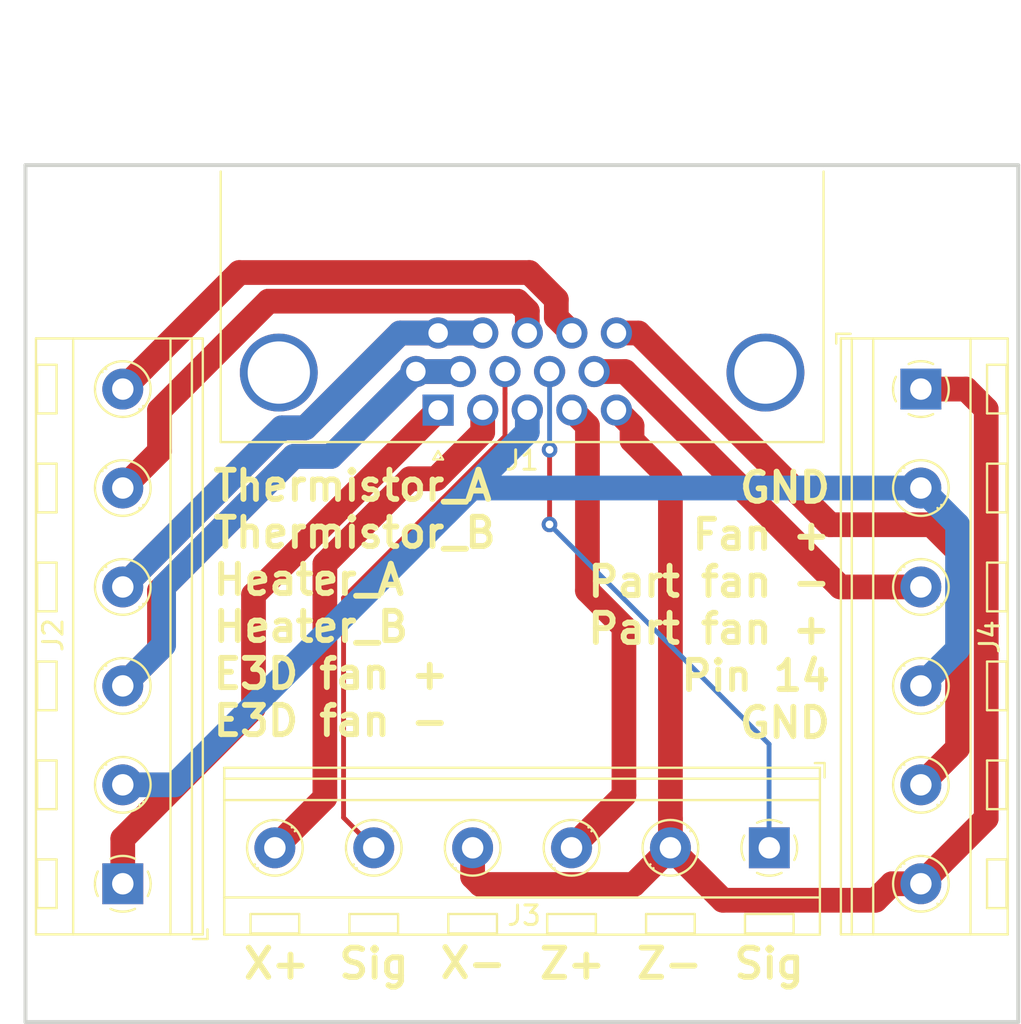
<source format=kicad_pcb>
(kicad_pcb (version 20171130) (host pcbnew "(5.0.2)-1")

  (general
    (thickness 1.6)
    (drawings 12)
    (tracks 104)
    (zones 0)
    (modules 7)
    (nets 15)
  )

  (page A4)
  (layers
    (0 F.Cu signal)
    (31 B.Cu signal)
    (32 B.Adhes user)
    (33 F.Adhes user)
    (34 B.Paste user)
    (35 F.Paste user)
    (36 B.SilkS user)
    (37 F.SilkS user)
    (38 B.Mask user)
    (39 F.Mask user)
    (40 Dwgs.User user)
    (41 Cmts.User user)
    (42 Eco1.User user)
    (43 Eco2.User user)
    (44 Edge.Cuts user)
    (45 Margin user)
    (46 B.CrtYd user)
    (47 F.CrtYd user)
    (48 B.Fab user)
    (49 F.Fab user)
  )

  (setup
    (last_trace_width 0.25)
    (user_trace_width 0.5)
    (user_trace_width 1.27)
    (user_trace_width 2.54)
    (trace_clearance 0.2)
    (zone_clearance 0.508)
    (zone_45_only no)
    (trace_min 0.2)
    (segment_width 0.2)
    (edge_width 0.05)
    (via_size 0.8)
    (via_drill 0.4)
    (via_min_size 0.4)
    (via_min_drill 0.3)
    (uvia_size 0.3)
    (uvia_drill 0.1)
    (uvias_allowed no)
    (uvia_min_size 0.2)
    (uvia_min_drill 0.1)
    (pcb_text_width 0.3)
    (pcb_text_size 1.5 1.5)
    (mod_edge_width 0.12)
    (mod_text_size 1 1)
    (mod_text_width 0.15)
    (pad_size 2.54 2.54)
    (pad_drill 1.3)
    (pad_to_mask_clearance 0.051)
    (solder_mask_min_width 0.25)
    (aux_axis_origin 0 0)
    (visible_elements 7FFFFFFF)
    (pcbplotparams
      (layerselection 0x010f0_ffffffff)
      (usegerberextensions false)
      (usegerberattributes true)
      (usegerberadvancedattributes false)
      (creategerberjobfile false)
      (excludeedgelayer true)
      (linewidth 0.150000)
      (plotframeref false)
      (viasonmask false)
      (mode 1)
      (useauxorigin false)
      (hpglpennumber 1)
      (hpglpenspeed 20)
      (hpglpendiameter 15.000000)
      (psnegative false)
      (psa4output false)
      (plotreference true)
      (plotvalue true)
      (plotinvisibletext false)
      (padsonsilk false)
      (subtractmaskfromsilk false)
      (outputformat 1)
      (mirror false)
      (drillshape 0)
      (scaleselection 1)
      (outputdirectory "Gerber/"))
  )

  (net 0 "")
  (net 1 "Net-(J1-Pad0)")
  (net 2 X_Sig)
  (net 3 GND)
  (net 4 Vcc_Z)
  (net 5 Z_Sig)
  (net 6 THERM_B)
  (net 7 THERM_A)
  (net 8 HOT_B)
  (net 9 HOT_A)
  (net 10 E3D_N)
  (net 11 V_FAN)
  (net 12 Pin14)
  (net 13 Part_N)
  (net 14 Vcc_X)

  (net_class Default "Dies ist die voreingestellte Netzklasse."
    (clearance 0.2)
    (trace_width 0.25)
    (via_dia 0.8)
    (via_drill 0.4)
    (uvia_dia 0.3)
    (uvia_drill 0.1)
    (add_net E3D_N)
    (add_net GND)
    (add_net HOT_A)
    (add_net HOT_B)
    (add_net "Net-(J1-Pad0)")
    (add_net Part_N)
    (add_net Pin14)
    (add_net THERM_A)
    (add_net THERM_B)
    (add_net V_FAN)
    (add_net Vcc_X)
    (add_net Vcc_Z)
    (add_net X_Sig)
    (add_net Z_Sig)
  )

  (module TerminalBlock_RND:TerminalBlock_RND_205-00236_1x06_P5.08mm_Horizontal (layer F.Cu) (tedit 5B294F42) (tstamp 5C48D07C)
    (at 134 73.5 270)
    (descr "terminal block RND 205-00236, 6 pins, pitch 5.08mm, size 30.5x8.45mm^2, drill diamater 1.1mm, pad diameter 2.1mm, see http://cdn-reichelt.de/documents/datenblatt/C151/RND_205-00232_DB_EN.pdf, script-generated using https://github.com/pointhi/kicad-footprint-generator/scripts/TerminalBlock_RND")
    (tags "THT terminal block RND 205-00236 pitch 5.08mm size 30.5x8.45mm^2 drill 1.1mm pad 2.1mm")
    (path /5C47533C)
    (fp_text reference J4 (at 12.73 -3.53 270) (layer F.SilkS)
      (effects (font (size 1 1) (thickness 0.15)))
    )
    (fp_text value "Fan & Custom" (at 12.7 5.11 270) (layer F.Fab)
      (effects (font (size 1 1) (thickness 0.15)))
    )
    (fp_text user %R (at 12.7 -3.53 270) (layer F.Fab)
      (effects (font (size 1 1) (thickness 0.15)))
    )
    (fp_line (start 28.44 -4.9) (end -3.04 -4.9) (layer F.CrtYd) (width 0.05))
    (fp_line (start 28.44 4.55) (end 28.44 -4.9) (layer F.CrtYd) (width 0.05))
    (fp_line (start -3.04 4.55) (end 28.44 4.55) (layer F.CrtYd) (width 0.05))
    (fp_line (start -3.04 -4.9) (end -3.04 4.55) (layer F.CrtYd) (width 0.05))
    (fp_line (start -2.84 4.35) (end -2.34 4.35) (layer F.SilkS) (width 0.12))
    (fp_line (start -2.84 3.61) (end -2.84 4.35) (layer F.SilkS) (width 0.12))
    (fp_line (start 26.65 -4.4) (end 26.65 -3.4) (layer F.SilkS) (width 0.12))
    (fp_line (start 24.15 -4.4) (end 24.15 -3.4) (layer F.SilkS) (width 0.12))
    (fp_line (start 24.15 -3.4) (end 26.65 -3.4) (layer F.SilkS) (width 0.12))
    (fp_line (start 24.15 -4.4) (end 26.65 -4.4) (layer F.SilkS) (width 0.12))
    (fp_line (start 26.65 -4.4) (end 24.15 -4.4) (layer F.Fab) (width 0.1))
    (fp_line (start 26.65 -3.4) (end 26.65 -4.4) (layer F.Fab) (width 0.1))
    (fp_line (start 24.15 -3.4) (end 26.65 -3.4) (layer F.Fab) (width 0.1))
    (fp_line (start 24.15 -4.4) (end 24.15 -3.4) (layer F.Fab) (width 0.1))
    (fp_line (start 24.376 0.85) (end 24.316 0.91) (layer F.SilkS) (width 0.12))
    (fp_line (start 26.311 -1.085) (end 26.271 -1.045) (layer F.SilkS) (width 0.12))
    (fp_line (start 24.53 1.045) (end 24.49 1.085) (layer F.SilkS) (width 0.12))
    (fp_line (start 26.485 -0.91) (end 26.425 -0.851) (layer F.SilkS) (width 0.12))
    (fp_line (start 26.196 -0.948) (end 24.452 0.796) (layer F.Fab) (width 0.1))
    (fp_line (start 26.349 -0.796) (end 24.605 0.948) (layer F.Fab) (width 0.1))
    (fp_line (start 21.57 -4.4) (end 21.57 -3.4) (layer F.SilkS) (width 0.12))
    (fp_line (start 19.07 -4.4) (end 19.07 -3.4) (layer F.SilkS) (width 0.12))
    (fp_line (start 19.07 -3.4) (end 21.57 -3.4) (layer F.SilkS) (width 0.12))
    (fp_line (start 19.07 -4.4) (end 21.57 -4.4) (layer F.SilkS) (width 0.12))
    (fp_line (start 21.57 -4.4) (end 19.07 -4.4) (layer F.Fab) (width 0.1))
    (fp_line (start 21.57 -3.4) (end 21.57 -4.4) (layer F.Fab) (width 0.1))
    (fp_line (start 19.07 -3.4) (end 21.57 -3.4) (layer F.Fab) (width 0.1))
    (fp_line (start 19.07 -4.4) (end 19.07 -3.4) (layer F.Fab) (width 0.1))
    (fp_line (start 19.296 0.85) (end 19.236 0.91) (layer F.SilkS) (width 0.12))
    (fp_line (start 21.231 -1.085) (end 21.191 -1.045) (layer F.SilkS) (width 0.12))
    (fp_line (start 19.45 1.045) (end 19.41 1.085) (layer F.SilkS) (width 0.12))
    (fp_line (start 21.405 -0.91) (end 21.345 -0.851) (layer F.SilkS) (width 0.12))
    (fp_line (start 21.116 -0.948) (end 19.372 0.796) (layer F.Fab) (width 0.1))
    (fp_line (start 21.269 -0.796) (end 19.525 0.948) (layer F.Fab) (width 0.1))
    (fp_line (start 16.49 -4.4) (end 16.49 -3.4) (layer F.SilkS) (width 0.12))
    (fp_line (start 13.99 -4.4) (end 13.99 -3.4) (layer F.SilkS) (width 0.12))
    (fp_line (start 13.99 -3.4) (end 16.49 -3.4) (layer F.SilkS) (width 0.12))
    (fp_line (start 13.99 -4.4) (end 16.49 -4.4) (layer F.SilkS) (width 0.12))
    (fp_line (start 16.49 -4.4) (end 13.99 -4.4) (layer F.Fab) (width 0.1))
    (fp_line (start 16.49 -3.4) (end 16.49 -4.4) (layer F.Fab) (width 0.1))
    (fp_line (start 13.99 -3.4) (end 16.49 -3.4) (layer F.Fab) (width 0.1))
    (fp_line (start 13.99 -4.4) (end 13.99 -3.4) (layer F.Fab) (width 0.1))
    (fp_line (start 14.216 0.85) (end 14.156 0.91) (layer F.SilkS) (width 0.12))
    (fp_line (start 16.151 -1.085) (end 16.111 -1.045) (layer F.SilkS) (width 0.12))
    (fp_line (start 14.37 1.045) (end 14.33 1.085) (layer F.SilkS) (width 0.12))
    (fp_line (start 16.325 -0.91) (end 16.265 -0.851) (layer F.SilkS) (width 0.12))
    (fp_line (start 16.036 -0.948) (end 14.292 0.796) (layer F.Fab) (width 0.1))
    (fp_line (start 16.189 -0.796) (end 14.445 0.948) (layer F.Fab) (width 0.1))
    (fp_line (start 11.41 -4.4) (end 11.41 -3.4) (layer F.SilkS) (width 0.12))
    (fp_line (start 8.91 -4.4) (end 8.91 -3.4) (layer F.SilkS) (width 0.12))
    (fp_line (start 8.91 -3.4) (end 11.41 -3.4) (layer F.SilkS) (width 0.12))
    (fp_line (start 8.91 -4.4) (end 11.41 -4.4) (layer F.SilkS) (width 0.12))
    (fp_line (start 11.41 -4.4) (end 8.91 -4.4) (layer F.Fab) (width 0.1))
    (fp_line (start 11.41 -3.4) (end 11.41 -4.4) (layer F.Fab) (width 0.1))
    (fp_line (start 8.91 -3.4) (end 11.41 -3.4) (layer F.Fab) (width 0.1))
    (fp_line (start 8.91 -4.4) (end 8.91 -3.4) (layer F.Fab) (width 0.1))
    (fp_line (start 9.136 0.85) (end 9.076 0.91) (layer F.SilkS) (width 0.12))
    (fp_line (start 11.071 -1.085) (end 11.031 -1.045) (layer F.SilkS) (width 0.12))
    (fp_line (start 9.29 1.045) (end 9.25 1.085) (layer F.SilkS) (width 0.12))
    (fp_line (start 11.245 -0.91) (end 11.185 -0.851) (layer F.SilkS) (width 0.12))
    (fp_line (start 10.956 -0.948) (end 9.212 0.796) (layer F.Fab) (width 0.1))
    (fp_line (start 11.109 -0.796) (end 9.365 0.948) (layer F.Fab) (width 0.1))
    (fp_line (start 6.33 -4.4) (end 6.33 -3.4) (layer F.SilkS) (width 0.12))
    (fp_line (start 3.83 -4.4) (end 3.83 -3.4) (layer F.SilkS) (width 0.12))
    (fp_line (start 3.83 -3.4) (end 6.33 -3.4) (layer F.SilkS) (width 0.12))
    (fp_line (start 3.83 -4.4) (end 6.33 -4.4) (layer F.SilkS) (width 0.12))
    (fp_line (start 6.33 -4.4) (end 3.83 -4.4) (layer F.Fab) (width 0.1))
    (fp_line (start 6.33 -3.4) (end 6.33 -4.4) (layer F.Fab) (width 0.1))
    (fp_line (start 3.83 -3.4) (end 6.33 -3.4) (layer F.Fab) (width 0.1))
    (fp_line (start 3.83 -4.4) (end 3.83 -3.4) (layer F.Fab) (width 0.1))
    (fp_line (start 4.056 0.85) (end 3.996 0.91) (layer F.SilkS) (width 0.12))
    (fp_line (start 5.991 -1.085) (end 5.951 -1.045) (layer F.SilkS) (width 0.12))
    (fp_line (start 4.21 1.045) (end 4.17 1.085) (layer F.SilkS) (width 0.12))
    (fp_line (start 6.165 -0.91) (end 6.105 -0.851) (layer F.SilkS) (width 0.12))
    (fp_line (start 5.876 -0.948) (end 4.132 0.796) (layer F.Fab) (width 0.1))
    (fp_line (start 6.029 -0.796) (end 4.285 0.948) (layer F.Fab) (width 0.1))
    (fp_line (start 1.25 -4.4) (end 1.25 -3.4) (layer F.SilkS) (width 0.12))
    (fp_line (start -1.25 -4.4) (end -1.25 -3.4) (layer F.SilkS) (width 0.12))
    (fp_line (start -1.25 -3.4) (end 1.25 -3.4) (layer F.SilkS) (width 0.12))
    (fp_line (start -1.25 -4.4) (end 1.25 -4.4) (layer F.SilkS) (width 0.12))
    (fp_line (start 1.25 -4.4) (end -1.25 -4.4) (layer F.Fab) (width 0.1))
    (fp_line (start 1.25 -3.4) (end 1.25 -4.4) (layer F.Fab) (width 0.1))
    (fp_line (start -1.25 -3.4) (end 1.25 -3.4) (layer F.Fab) (width 0.1))
    (fp_line (start -1.25 -4.4) (end -1.25 -3.4) (layer F.Fab) (width 0.1))
    (fp_line (start 0.796 -0.948) (end -0.949 0.796) (layer F.Fab) (width 0.1))
    (fp_line (start 0.949 -0.796) (end -0.796 0.948) (layer F.Fab) (width 0.1))
    (fp_line (start 28 -4.46) (end 28 4.11) (layer F.SilkS) (width 0.12))
    (fp_line (start -2.6 -4.46) (end -2.6 4.11) (layer F.SilkS) (width 0.12))
    (fp_line (start -2.6 4.11) (end 28 4.11) (layer F.SilkS) (width 0.12))
    (fp_line (start -2.6 -4.46) (end 28 -4.46) (layer F.SilkS) (width 0.12))
    (fp_line (start -2.6 -2.55) (end 28 -2.55) (layer F.SilkS) (width 0.12))
    (fp_line (start -2.54 -2.55) (end 27.94 -2.55) (layer F.Fab) (width 0.1))
    (fp_line (start -2.6 2.45) (end 28 2.45) (layer F.SilkS) (width 0.12))
    (fp_line (start -2.54 2.45) (end 27.94 2.45) (layer F.Fab) (width 0.1))
    (fp_line (start -2.6 3.55) (end 28 3.55) (layer F.SilkS) (width 0.12))
    (fp_line (start -2.54 3.55) (end 27.94 3.55) (layer F.Fab) (width 0.1))
    (fp_line (start -2.54 3.55) (end -2.54 -4.4) (layer F.Fab) (width 0.1))
    (fp_line (start -2.04 4.05) (end -2.54 3.55) (layer F.Fab) (width 0.1))
    (fp_line (start 27.94 4.05) (end -2.04 4.05) (layer F.Fab) (width 0.1))
    (fp_line (start 27.94 -4.4) (end 27.94 4.05) (layer F.Fab) (width 0.1))
    (fp_line (start -2.54 -4.4) (end 27.94 -4.4) (layer F.Fab) (width 0.1))
    (fp_circle (center 25.4 0) (end 26.83 0) (layer F.SilkS) (width 0.12))
    (fp_circle (center 25.4 0) (end 26.65 0) (layer F.Fab) (width 0.1))
    (fp_circle (center 20.32 0) (end 21.75 0) (layer F.SilkS) (width 0.12))
    (fp_circle (center 20.32 0) (end 21.57 0) (layer F.Fab) (width 0.1))
    (fp_circle (center 15.24 0) (end 16.67 0) (layer F.SilkS) (width 0.12))
    (fp_circle (center 15.24 0) (end 16.49 0) (layer F.Fab) (width 0.1))
    (fp_circle (center 10.16 0) (end 11.59 0) (layer F.SilkS) (width 0.12))
    (fp_circle (center 10.16 0) (end 11.41 0) (layer F.Fab) (width 0.1))
    (fp_circle (center 5.08 0) (end 6.51 0) (layer F.SilkS) (width 0.12))
    (fp_circle (center 5.08 0) (end 6.33 0) (layer F.Fab) (width 0.1))
    (fp_circle (center 0 0) (end 1.25 0) (layer F.Fab) (width 0.1))
    (fp_arc (start 0 0) (end -0.628 1.286) (angle -27) (layer F.SilkS) (width 0.12))
    (fp_arc (start 0 0) (end -1.286 -0.628) (angle -52) (layer F.SilkS) (width 0.12))
    (fp_arc (start 0 0) (end 0.627 -1.286) (angle -52) (layer F.SilkS) (width 0.12))
    (fp_arc (start 0 0) (end 1.286 0.627) (angle -52) (layer F.SilkS) (width 0.12))
    (fp_arc (start 0 0) (end 0 1.43) (angle -26) (layer F.SilkS) (width 0.12))
    (pad 6 thru_hole circle (at 25.4 0 270) (size 2.1 2.1) (drill 1.1) (layers *.Cu *.Mask)
      (net 3 GND))
    (pad 5 thru_hole circle (at 20.32 0 270) (size 2.1 2.1) (drill 1.1) (layers *.Cu *.Mask)
      (net 12 Pin14))
    (pad 4 thru_hole circle (at 15.24 0 270) (size 2.1 2.1) (drill 1.1) (layers *.Cu *.Mask)
      (net 11 V_FAN))
    (pad 3 thru_hole circle (at 10.16 0 270) (size 2.1 2.1) (drill 1.1) (layers *.Cu *.Mask)
      (net 13 Part_N))
    (pad 2 thru_hole circle (at 5.08 0 270) (size 2.1 2.1) (drill 1.1) (layers *.Cu *.Mask)
      (net 11 V_FAN))
    (pad 1 thru_hole rect (at 0 0 270) (size 2.1 2.1) (drill 1.1) (layers *.Cu *.Mask)
      (net 3 GND))
    (model ${KISYS3DMOD}/TerminalBlock_RND.3dshapes/TerminalBlock_RND_205-00236_1x06_P5.08mm_Horizontal.wrl
      (at (xyz 0 0 0))
      (scale (xyz 1 1 1))
      (rotate (xyz 0 0 0))
    )
  )

  (module TerminalBlock_RND:TerminalBlock_RND_205-00236_1x06_P5.08mm_Horizontal (layer F.Cu) (tedit 5B294F42) (tstamp 5C48CFFD)
    (at 126.2126 97.0534 180)
    (descr "terminal block RND 205-00236, 6 pins, pitch 5.08mm, size 30.5x8.45mm^2, drill diamater 1.1mm, pad diameter 2.1mm, see http://cdn-reichelt.de/documents/datenblatt/C151/RND_205-00232_DB_EN.pdf, script-generated using https://github.com/pointhi/kicad-footprint-generator/scripts/TerminalBlock_RND")
    (tags "THT terminal block RND 205-00236 pitch 5.08mm size 30.5x8.45mm^2 drill 1.1mm pad 2.1mm")
    (path /5C48BDF1)
    (fp_text reference J3 (at 12.6 -3.48 180) (layer F.SilkS)
      (effects (font (size 1 1) (thickness 0.15)))
    )
    (fp_text value "X-Endstop, Fan, Custom" (at 12.7 5.11 180) (layer F.Fab)
      (effects (font (size 1 1) (thickness 0.15)))
    )
    (fp_arc (start 0 0) (end 0 1.43) (angle -26) (layer F.SilkS) (width 0.12))
    (fp_arc (start 0 0) (end 1.286 0.627) (angle -52) (layer F.SilkS) (width 0.12))
    (fp_arc (start 0 0) (end 0.627 -1.286) (angle -52) (layer F.SilkS) (width 0.12))
    (fp_arc (start 0 0) (end -1.286 -0.628) (angle -52) (layer F.SilkS) (width 0.12))
    (fp_arc (start 0 0) (end -0.628 1.286) (angle -27) (layer F.SilkS) (width 0.12))
    (fp_circle (center 0 0) (end 1.25 0) (layer F.Fab) (width 0.1))
    (fp_circle (center 5.08 0) (end 6.33 0) (layer F.Fab) (width 0.1))
    (fp_circle (center 5.08 0) (end 6.51 0) (layer F.SilkS) (width 0.12))
    (fp_circle (center 10.16 0) (end 11.41 0) (layer F.Fab) (width 0.1))
    (fp_circle (center 10.16 0) (end 11.59 0) (layer F.SilkS) (width 0.12))
    (fp_circle (center 15.24 0) (end 16.49 0) (layer F.Fab) (width 0.1))
    (fp_circle (center 15.24 0) (end 16.67 0) (layer F.SilkS) (width 0.12))
    (fp_circle (center 20.32 0) (end 21.57 0) (layer F.Fab) (width 0.1))
    (fp_circle (center 20.32 0) (end 21.75 0) (layer F.SilkS) (width 0.12))
    (fp_circle (center 25.4 0) (end 26.65 0) (layer F.Fab) (width 0.1))
    (fp_circle (center 25.4 0) (end 26.83 0) (layer F.SilkS) (width 0.12))
    (fp_line (start -2.54 -4.4) (end 27.94 -4.4) (layer F.Fab) (width 0.1))
    (fp_line (start 27.94 -4.4) (end 27.94 4.05) (layer F.Fab) (width 0.1))
    (fp_line (start 27.94 4.05) (end -2.04 4.05) (layer F.Fab) (width 0.1))
    (fp_line (start -2.04 4.05) (end -2.54 3.55) (layer F.Fab) (width 0.1))
    (fp_line (start -2.54 3.55) (end -2.54 -4.4) (layer F.Fab) (width 0.1))
    (fp_line (start -2.54 3.55) (end 27.94 3.55) (layer F.Fab) (width 0.1))
    (fp_line (start -2.6 3.55) (end 28 3.55) (layer F.SilkS) (width 0.12))
    (fp_line (start -2.54 2.45) (end 27.94 2.45) (layer F.Fab) (width 0.1))
    (fp_line (start -2.6 2.45) (end 28 2.45) (layer F.SilkS) (width 0.12))
    (fp_line (start -2.54 -2.55) (end 27.94 -2.55) (layer F.Fab) (width 0.1))
    (fp_line (start -2.6 -2.55) (end 28 -2.55) (layer F.SilkS) (width 0.12))
    (fp_line (start -2.6 -4.46) (end 28 -4.46) (layer F.SilkS) (width 0.12))
    (fp_line (start -2.6 4.11) (end 28 4.11) (layer F.SilkS) (width 0.12))
    (fp_line (start -2.6 -4.46) (end -2.6 4.11) (layer F.SilkS) (width 0.12))
    (fp_line (start 28 -4.46) (end 28 4.11) (layer F.SilkS) (width 0.12))
    (fp_line (start 0.949 -0.796) (end -0.796 0.948) (layer F.Fab) (width 0.1))
    (fp_line (start 0.796 -0.948) (end -0.949 0.796) (layer F.Fab) (width 0.1))
    (fp_line (start -1.25 -4.4) (end -1.25 -3.4) (layer F.Fab) (width 0.1))
    (fp_line (start -1.25 -3.4) (end 1.25 -3.4) (layer F.Fab) (width 0.1))
    (fp_line (start 1.25 -3.4) (end 1.25 -4.4) (layer F.Fab) (width 0.1))
    (fp_line (start 1.25 -4.4) (end -1.25 -4.4) (layer F.Fab) (width 0.1))
    (fp_line (start -1.25 -4.4) (end 1.25 -4.4) (layer F.SilkS) (width 0.12))
    (fp_line (start -1.25 -3.4) (end 1.25 -3.4) (layer F.SilkS) (width 0.12))
    (fp_line (start -1.25 -4.4) (end -1.25 -3.4) (layer F.SilkS) (width 0.12))
    (fp_line (start 1.25 -4.4) (end 1.25 -3.4) (layer F.SilkS) (width 0.12))
    (fp_line (start 6.029 -0.796) (end 4.285 0.948) (layer F.Fab) (width 0.1))
    (fp_line (start 5.876 -0.948) (end 4.132 0.796) (layer F.Fab) (width 0.1))
    (fp_line (start 6.165 -0.91) (end 6.105 -0.851) (layer F.SilkS) (width 0.12))
    (fp_line (start 4.21 1.045) (end 4.17 1.085) (layer F.SilkS) (width 0.12))
    (fp_line (start 5.991 -1.085) (end 5.951 -1.045) (layer F.SilkS) (width 0.12))
    (fp_line (start 4.056 0.85) (end 3.996 0.91) (layer F.SilkS) (width 0.12))
    (fp_line (start 3.83 -4.4) (end 3.83 -3.4) (layer F.Fab) (width 0.1))
    (fp_line (start 3.83 -3.4) (end 6.33 -3.4) (layer F.Fab) (width 0.1))
    (fp_line (start 6.33 -3.4) (end 6.33 -4.4) (layer F.Fab) (width 0.1))
    (fp_line (start 6.33 -4.4) (end 3.83 -4.4) (layer F.Fab) (width 0.1))
    (fp_line (start 3.83 -4.4) (end 6.33 -4.4) (layer F.SilkS) (width 0.12))
    (fp_line (start 3.83 -3.4) (end 6.33 -3.4) (layer F.SilkS) (width 0.12))
    (fp_line (start 3.83 -4.4) (end 3.83 -3.4) (layer F.SilkS) (width 0.12))
    (fp_line (start 6.33 -4.4) (end 6.33 -3.4) (layer F.SilkS) (width 0.12))
    (fp_line (start 11.109 -0.796) (end 9.365 0.948) (layer F.Fab) (width 0.1))
    (fp_line (start 10.956 -0.948) (end 9.212 0.796) (layer F.Fab) (width 0.1))
    (fp_line (start 11.245 -0.91) (end 11.185 -0.851) (layer F.SilkS) (width 0.12))
    (fp_line (start 9.29 1.045) (end 9.25 1.085) (layer F.SilkS) (width 0.12))
    (fp_line (start 11.071 -1.085) (end 11.031 -1.045) (layer F.SilkS) (width 0.12))
    (fp_line (start 9.136 0.85) (end 9.076 0.91) (layer F.SilkS) (width 0.12))
    (fp_line (start 8.91 -4.4) (end 8.91 -3.4) (layer F.Fab) (width 0.1))
    (fp_line (start 8.91 -3.4) (end 11.41 -3.4) (layer F.Fab) (width 0.1))
    (fp_line (start 11.41 -3.4) (end 11.41 -4.4) (layer F.Fab) (width 0.1))
    (fp_line (start 11.41 -4.4) (end 8.91 -4.4) (layer F.Fab) (width 0.1))
    (fp_line (start 8.91 -4.4) (end 11.41 -4.4) (layer F.SilkS) (width 0.12))
    (fp_line (start 8.91 -3.4) (end 11.41 -3.4) (layer F.SilkS) (width 0.12))
    (fp_line (start 8.91 -4.4) (end 8.91 -3.4) (layer F.SilkS) (width 0.12))
    (fp_line (start 11.41 -4.4) (end 11.41 -3.4) (layer F.SilkS) (width 0.12))
    (fp_line (start 16.189 -0.796) (end 14.445 0.948) (layer F.Fab) (width 0.1))
    (fp_line (start 16.036 -0.948) (end 14.292 0.796) (layer F.Fab) (width 0.1))
    (fp_line (start 16.325 -0.91) (end 16.265 -0.851) (layer F.SilkS) (width 0.12))
    (fp_line (start 14.37 1.045) (end 14.33 1.085) (layer F.SilkS) (width 0.12))
    (fp_line (start 16.151 -1.085) (end 16.111 -1.045) (layer F.SilkS) (width 0.12))
    (fp_line (start 14.216 0.85) (end 14.156 0.91) (layer F.SilkS) (width 0.12))
    (fp_line (start 13.99 -4.4) (end 13.99 -3.4) (layer F.Fab) (width 0.1))
    (fp_line (start 13.99 -3.4) (end 16.49 -3.4) (layer F.Fab) (width 0.1))
    (fp_line (start 16.49 -3.4) (end 16.49 -4.4) (layer F.Fab) (width 0.1))
    (fp_line (start 16.49 -4.4) (end 13.99 -4.4) (layer F.Fab) (width 0.1))
    (fp_line (start 13.99 -4.4) (end 16.49 -4.4) (layer F.SilkS) (width 0.12))
    (fp_line (start 13.99 -3.4) (end 16.49 -3.4) (layer F.SilkS) (width 0.12))
    (fp_line (start 13.99 -4.4) (end 13.99 -3.4) (layer F.SilkS) (width 0.12))
    (fp_line (start 16.49 -4.4) (end 16.49 -3.4) (layer F.SilkS) (width 0.12))
    (fp_line (start 21.269 -0.796) (end 19.525 0.948) (layer F.Fab) (width 0.1))
    (fp_line (start 21.116 -0.948) (end 19.372 0.796) (layer F.Fab) (width 0.1))
    (fp_line (start 21.405 -0.91) (end 21.345 -0.851) (layer F.SilkS) (width 0.12))
    (fp_line (start 19.45 1.045) (end 19.41 1.085) (layer F.SilkS) (width 0.12))
    (fp_line (start 21.231 -1.085) (end 21.191 -1.045) (layer F.SilkS) (width 0.12))
    (fp_line (start 19.296 0.85) (end 19.236 0.91) (layer F.SilkS) (width 0.12))
    (fp_line (start 19.07 -4.4) (end 19.07 -3.4) (layer F.Fab) (width 0.1))
    (fp_line (start 19.07 -3.4) (end 21.57 -3.4) (layer F.Fab) (width 0.1))
    (fp_line (start 21.57 -3.4) (end 21.57 -4.4) (layer F.Fab) (width 0.1))
    (fp_line (start 21.57 -4.4) (end 19.07 -4.4) (layer F.Fab) (width 0.1))
    (fp_line (start 19.07 -4.4) (end 21.57 -4.4) (layer F.SilkS) (width 0.12))
    (fp_line (start 19.07 -3.4) (end 21.57 -3.4) (layer F.SilkS) (width 0.12))
    (fp_line (start 19.07 -4.4) (end 19.07 -3.4) (layer F.SilkS) (width 0.12))
    (fp_line (start 21.57 -4.4) (end 21.57 -3.4) (layer F.SilkS) (width 0.12))
    (fp_line (start 26.349 -0.796) (end 24.605 0.948) (layer F.Fab) (width 0.1))
    (fp_line (start 26.196 -0.948) (end 24.452 0.796) (layer F.Fab) (width 0.1))
    (fp_line (start 26.485 -0.91) (end 26.425 -0.851) (layer F.SilkS) (width 0.12))
    (fp_line (start 24.53 1.045) (end 24.49 1.085) (layer F.SilkS) (width 0.12))
    (fp_line (start 26.311 -1.085) (end 26.271 -1.045) (layer F.SilkS) (width 0.12))
    (fp_line (start 24.376 0.85) (end 24.316 0.91) (layer F.SilkS) (width 0.12))
    (fp_line (start 24.15 -4.4) (end 24.15 -3.4) (layer F.Fab) (width 0.1))
    (fp_line (start 24.15 -3.4) (end 26.65 -3.4) (layer F.Fab) (width 0.1))
    (fp_line (start 26.65 -3.4) (end 26.65 -4.4) (layer F.Fab) (width 0.1))
    (fp_line (start 26.65 -4.4) (end 24.15 -4.4) (layer F.Fab) (width 0.1))
    (fp_line (start 24.15 -4.4) (end 26.65 -4.4) (layer F.SilkS) (width 0.12))
    (fp_line (start 24.15 -3.4) (end 26.65 -3.4) (layer F.SilkS) (width 0.12))
    (fp_line (start 24.15 -4.4) (end 24.15 -3.4) (layer F.SilkS) (width 0.12))
    (fp_line (start 26.65 -4.4) (end 26.65 -3.4) (layer F.SilkS) (width 0.12))
    (fp_line (start -2.84 3.61) (end -2.84 4.35) (layer F.SilkS) (width 0.12))
    (fp_line (start -2.84 4.35) (end -2.34 4.35) (layer F.SilkS) (width 0.12))
    (fp_line (start -3.04 -4.9) (end -3.04 4.55) (layer F.CrtYd) (width 0.05))
    (fp_line (start -3.04 4.55) (end 28.44 4.55) (layer F.CrtYd) (width 0.05))
    (fp_line (start 28.44 4.55) (end 28.44 -4.9) (layer F.CrtYd) (width 0.05))
    (fp_line (start 28.44 -4.9) (end -3.04 -4.9) (layer F.CrtYd) (width 0.05))
    (fp_text user %R (at 12.6 -3.48 180) (layer F.Fab)
      (effects (font (size 1 1) (thickness 0.15)))
    )
    (pad 1 thru_hole rect (at 0 0 180) (size 2.1 2.1) (drill 1.1) (layers *.Cu *.Mask)
      (net 5 Z_Sig))
    (pad 2 thru_hole circle (at 5.08 0 180) (size 2.1 2.1) (drill 1.1) (layers *.Cu *.Mask)
      (net 3 GND))
    (pad 3 thru_hole circle (at 10.16 0 180) (size 2.1 2.1) (drill 1.1) (layers *.Cu *.Mask)
      (net 4 Vcc_Z))
    (pad 4 thru_hole circle (at 15.24 0 180) (size 2.1 2.1) (drill 1.1) (layers *.Cu *.Mask)
      (net 3 GND))
    (pad 5 thru_hole circle (at 20.32 0 180) (size 2.1 2.1) (drill 1.1) (layers *.Cu *.Mask)
      (net 2 X_Sig))
    (pad 6 thru_hole circle (at 25.4 0 180) (size 2.1 2.1) (drill 1.1) (layers *.Cu *.Mask)
      (net 14 Vcc_X))
    (model ${KISYS3DMOD}/TerminalBlock_RND.3dshapes/TerminalBlock_RND_205-00236_1x06_P5.08mm_Horizontal.wrl
      (at (xyz 0 0 0))
      (scale (xyz 1 1 1))
      (rotate (xyz 0 0 0))
    )
  )

  (module TerminalBlock_RND:TerminalBlock_RND_205-00236_1x06_P5.08mm_Horizontal (layer F.Cu) (tedit 5B294F42) (tstamp 5C53DFAF)
    (at 93 98.9 90)
    (descr "terminal block RND 205-00236, 6 pins, pitch 5.08mm, size 30.5x8.45mm^2, drill diamater 1.1mm, pad diameter 2.1mm, see http://cdn-reichelt.de/documents/datenblatt/C151/RND_205-00232_DB_EN.pdf, script-generated using https://github.com/pointhi/kicad-footprint-generator/scripts/TerminalBlock_RND")
    (tags "THT terminal block RND 205-00236 pitch 5.08mm size 30.5x8.45mm^2 drill 1.1mm pad 2.1mm")
    (path /5C4752CA)
    (fp_text reference J2 (at 12.77 -3.58 -90) (layer F.SilkS)
      (effects (font (size 1 1) (thickness 0.15)))
    )
    (fp_text value Hotend (at 12.7 5.11 90) (layer F.Fab)
      (effects (font (size 1 1) (thickness 0.15)))
    )
    (fp_arc (start 0 0) (end 0 1.43) (angle -26) (layer F.SilkS) (width 0.12))
    (fp_arc (start 0 0) (end 1.286 0.627) (angle -52) (layer F.SilkS) (width 0.12))
    (fp_arc (start 0 0) (end 0.627 -1.286) (angle -52) (layer F.SilkS) (width 0.12))
    (fp_arc (start 0 0) (end -1.286 -0.628) (angle -52) (layer F.SilkS) (width 0.12))
    (fp_arc (start 0 0) (end -0.628 1.286) (angle -27) (layer F.SilkS) (width 0.12))
    (fp_circle (center 0 0) (end 1.25 0) (layer F.Fab) (width 0.1))
    (fp_circle (center 5.08 0) (end 6.33 0) (layer F.Fab) (width 0.1))
    (fp_circle (center 5.08 0) (end 6.51 0) (layer F.SilkS) (width 0.12))
    (fp_circle (center 10.16 0) (end 11.41 0) (layer F.Fab) (width 0.1))
    (fp_circle (center 10.16 0) (end 11.59 0) (layer F.SilkS) (width 0.12))
    (fp_circle (center 15.24 0) (end 16.49 0) (layer F.Fab) (width 0.1))
    (fp_circle (center 15.24 0) (end 16.67 0) (layer F.SilkS) (width 0.12))
    (fp_circle (center 20.32 0) (end 21.57 0) (layer F.Fab) (width 0.1))
    (fp_circle (center 20.32 0) (end 21.75 0) (layer F.SilkS) (width 0.12))
    (fp_circle (center 25.4 0) (end 26.65 0) (layer F.Fab) (width 0.1))
    (fp_circle (center 25.4 0) (end 26.83 0) (layer F.SilkS) (width 0.12))
    (fp_line (start -2.54 -4.4) (end 27.94 -4.4) (layer F.Fab) (width 0.1))
    (fp_line (start 27.94 -4.4) (end 27.94 4.05) (layer F.Fab) (width 0.1))
    (fp_line (start 27.94 4.05) (end -2.04 4.05) (layer F.Fab) (width 0.1))
    (fp_line (start -2.04 4.05) (end -2.54 3.55) (layer F.Fab) (width 0.1))
    (fp_line (start -2.54 3.55) (end -2.54 -4.4) (layer F.Fab) (width 0.1))
    (fp_line (start -2.54 3.55) (end 27.94 3.55) (layer F.Fab) (width 0.1))
    (fp_line (start -2.6 3.55) (end 28 3.55) (layer F.SilkS) (width 0.12))
    (fp_line (start -2.54 2.45) (end 27.94 2.45) (layer F.Fab) (width 0.1))
    (fp_line (start -2.6 2.45) (end 28 2.45) (layer F.SilkS) (width 0.12))
    (fp_line (start -2.54 -2.55) (end 27.94 -2.55) (layer F.Fab) (width 0.1))
    (fp_line (start -2.6 -2.55) (end 28 -2.55) (layer F.SilkS) (width 0.12))
    (fp_line (start -2.6 -4.46) (end 28 -4.46) (layer F.SilkS) (width 0.12))
    (fp_line (start -2.6 4.11) (end 28 4.11) (layer F.SilkS) (width 0.12))
    (fp_line (start -2.6 -4.46) (end -2.6 4.11) (layer F.SilkS) (width 0.12))
    (fp_line (start 28 -4.46) (end 28 4.11) (layer F.SilkS) (width 0.12))
    (fp_line (start 0.949 -0.796) (end -0.796 0.948) (layer F.Fab) (width 0.1))
    (fp_line (start 0.796 -0.948) (end -0.949 0.796) (layer F.Fab) (width 0.1))
    (fp_line (start -1.25 -4.4) (end -1.25 -3.4) (layer F.Fab) (width 0.1))
    (fp_line (start -1.25 -3.4) (end 1.25 -3.4) (layer F.Fab) (width 0.1))
    (fp_line (start 1.25 -3.4) (end 1.25 -4.4) (layer F.Fab) (width 0.1))
    (fp_line (start 1.25 -4.4) (end -1.25 -4.4) (layer F.Fab) (width 0.1))
    (fp_line (start -1.25 -4.4) (end 1.25 -4.4) (layer F.SilkS) (width 0.12))
    (fp_line (start -1.25 -3.4) (end 1.25 -3.4) (layer F.SilkS) (width 0.12))
    (fp_line (start -1.25 -4.4) (end -1.25 -3.4) (layer F.SilkS) (width 0.12))
    (fp_line (start 1.25 -4.4) (end 1.25 -3.4) (layer F.SilkS) (width 0.12))
    (fp_line (start 6.029 -0.796) (end 4.285 0.948) (layer F.Fab) (width 0.1))
    (fp_line (start 5.876 -0.948) (end 4.132 0.796) (layer F.Fab) (width 0.1))
    (fp_line (start 6.165 -0.91) (end 6.105 -0.851) (layer F.SilkS) (width 0.12))
    (fp_line (start 4.21 1.045) (end 4.17 1.085) (layer F.SilkS) (width 0.12))
    (fp_line (start 5.991 -1.085) (end 5.951 -1.045) (layer F.SilkS) (width 0.12))
    (fp_line (start 4.056 0.85) (end 3.996 0.91) (layer F.SilkS) (width 0.12))
    (fp_line (start 3.83 -4.4) (end 3.83 -3.4) (layer F.Fab) (width 0.1))
    (fp_line (start 3.83 -3.4) (end 6.33 -3.4) (layer F.Fab) (width 0.1))
    (fp_line (start 6.33 -3.4) (end 6.33 -4.4) (layer F.Fab) (width 0.1))
    (fp_line (start 6.33 -4.4) (end 3.83 -4.4) (layer F.Fab) (width 0.1))
    (fp_line (start 3.83 -4.4) (end 6.33 -4.4) (layer F.SilkS) (width 0.12))
    (fp_line (start 3.83 -3.4) (end 6.33 -3.4) (layer F.SilkS) (width 0.12))
    (fp_line (start 3.83 -4.4) (end 3.83 -3.4) (layer F.SilkS) (width 0.12))
    (fp_line (start 6.33 -4.4) (end 6.33 -3.4) (layer F.SilkS) (width 0.12))
    (fp_line (start 11.109 -0.796) (end 9.365 0.948) (layer F.Fab) (width 0.1))
    (fp_line (start 10.956 -0.948) (end 9.212 0.796) (layer F.Fab) (width 0.1))
    (fp_line (start 11.245 -0.91) (end 11.185 -0.851) (layer F.SilkS) (width 0.12))
    (fp_line (start 9.29 1.045) (end 9.25 1.085) (layer F.SilkS) (width 0.12))
    (fp_line (start 11.071 -1.085) (end 11.031 -1.045) (layer F.SilkS) (width 0.12))
    (fp_line (start 9.136 0.85) (end 9.076 0.91) (layer F.SilkS) (width 0.12))
    (fp_line (start 8.91 -4.4) (end 8.91 -3.4) (layer F.Fab) (width 0.1))
    (fp_line (start 8.91 -3.4) (end 11.41 -3.4) (layer F.Fab) (width 0.1))
    (fp_line (start 11.41 -3.4) (end 11.41 -4.4) (layer F.Fab) (width 0.1))
    (fp_line (start 11.41 -4.4) (end 8.91 -4.4) (layer F.Fab) (width 0.1))
    (fp_line (start 8.91 -4.4) (end 11.41 -4.4) (layer F.SilkS) (width 0.12))
    (fp_line (start 8.91 -3.4) (end 11.41 -3.4) (layer F.SilkS) (width 0.12))
    (fp_line (start 8.91 -4.4) (end 8.91 -3.4) (layer F.SilkS) (width 0.12))
    (fp_line (start 11.41 -4.4) (end 11.41 -3.4) (layer F.SilkS) (width 0.12))
    (fp_line (start 16.189 -0.796) (end 14.445 0.948) (layer F.Fab) (width 0.1))
    (fp_line (start 16.036 -0.948) (end 14.292 0.796) (layer F.Fab) (width 0.1))
    (fp_line (start 16.325 -0.91) (end 16.265 -0.851) (layer F.SilkS) (width 0.12))
    (fp_line (start 14.37 1.045) (end 14.33 1.085) (layer F.SilkS) (width 0.12))
    (fp_line (start 16.151 -1.085) (end 16.111 -1.045) (layer F.SilkS) (width 0.12))
    (fp_line (start 14.216 0.85) (end 14.156 0.91) (layer F.SilkS) (width 0.12))
    (fp_line (start 13.99 -4.4) (end 13.99 -3.4) (layer F.Fab) (width 0.1))
    (fp_line (start 13.99 -3.4) (end 16.49 -3.4) (layer F.Fab) (width 0.1))
    (fp_line (start 16.49 -3.4) (end 16.49 -4.4) (layer F.Fab) (width 0.1))
    (fp_line (start 16.49 -4.4) (end 13.99 -4.4) (layer F.Fab) (width 0.1))
    (fp_line (start 13.99 -4.4) (end 16.49 -4.4) (layer F.SilkS) (width 0.12))
    (fp_line (start 13.99 -3.4) (end 16.49 -3.4) (layer F.SilkS) (width 0.12))
    (fp_line (start 13.99 -4.4) (end 13.99 -3.4) (layer F.SilkS) (width 0.12))
    (fp_line (start 16.49 -4.4) (end 16.49 -3.4) (layer F.SilkS) (width 0.12))
    (fp_line (start 21.269 -0.796) (end 19.525 0.948) (layer F.Fab) (width 0.1))
    (fp_line (start 21.116 -0.948) (end 19.372 0.796) (layer F.Fab) (width 0.1))
    (fp_line (start 21.405 -0.91) (end 21.345 -0.851) (layer F.SilkS) (width 0.12))
    (fp_line (start 19.45 1.045) (end 19.41 1.085) (layer F.SilkS) (width 0.12))
    (fp_line (start 21.231 -1.085) (end 21.191 -1.045) (layer F.SilkS) (width 0.12))
    (fp_line (start 19.296 0.85) (end 19.236 0.91) (layer F.SilkS) (width 0.12))
    (fp_line (start 19.07 -4.4) (end 19.07 -3.4) (layer F.Fab) (width 0.1))
    (fp_line (start 19.07 -3.4) (end 21.57 -3.4) (layer F.Fab) (width 0.1))
    (fp_line (start 21.57 -3.4) (end 21.57 -4.4) (layer F.Fab) (width 0.1))
    (fp_line (start 21.57 -4.4) (end 19.07 -4.4) (layer F.Fab) (width 0.1))
    (fp_line (start 19.07 -4.4) (end 21.57 -4.4) (layer F.SilkS) (width 0.12))
    (fp_line (start 19.07 -3.4) (end 21.57 -3.4) (layer F.SilkS) (width 0.12))
    (fp_line (start 19.07 -4.4) (end 19.07 -3.4) (layer F.SilkS) (width 0.12))
    (fp_line (start 21.57 -4.4) (end 21.57 -3.4) (layer F.SilkS) (width 0.12))
    (fp_line (start 26.349 -0.796) (end 24.605 0.948) (layer F.Fab) (width 0.1))
    (fp_line (start 26.196 -0.948) (end 24.452 0.796) (layer F.Fab) (width 0.1))
    (fp_line (start 26.485 -0.91) (end 26.425 -0.851) (layer F.SilkS) (width 0.12))
    (fp_line (start 24.53 1.045) (end 24.49 1.085) (layer F.SilkS) (width 0.12))
    (fp_line (start 26.311 -1.085) (end 26.271 -1.045) (layer F.SilkS) (width 0.12))
    (fp_line (start 24.376 0.85) (end 24.316 0.91) (layer F.SilkS) (width 0.12))
    (fp_line (start 24.15 -4.4) (end 24.15 -3.4) (layer F.Fab) (width 0.1))
    (fp_line (start 24.15 -3.4) (end 26.65 -3.4) (layer F.Fab) (width 0.1))
    (fp_line (start 26.65 -3.4) (end 26.65 -4.4) (layer F.Fab) (width 0.1))
    (fp_line (start 26.65 -4.4) (end 24.15 -4.4) (layer F.Fab) (width 0.1))
    (fp_line (start 24.15 -4.4) (end 26.65 -4.4) (layer F.SilkS) (width 0.12))
    (fp_line (start 24.15 -3.4) (end 26.65 -3.4) (layer F.SilkS) (width 0.12))
    (fp_line (start 24.15 -4.4) (end 24.15 -3.4) (layer F.SilkS) (width 0.12))
    (fp_line (start 26.65 -4.4) (end 26.65 -3.4) (layer F.SilkS) (width 0.12))
    (fp_line (start -2.84 3.61) (end -2.84 4.35) (layer F.SilkS) (width 0.12))
    (fp_line (start -2.84 4.35) (end -2.34 4.35) (layer F.SilkS) (width 0.12))
    (fp_line (start -3.04 -4.9) (end -3.04 4.55) (layer F.CrtYd) (width 0.05))
    (fp_line (start -3.04 4.55) (end 28.44 4.55) (layer F.CrtYd) (width 0.05))
    (fp_line (start 28.44 4.55) (end 28.44 -4.9) (layer F.CrtYd) (width 0.05))
    (fp_line (start 28.44 -4.9) (end -3.04 -4.9) (layer F.CrtYd) (width 0.05))
    (fp_text user %R (at 12.7 -5.46 90) (layer F.Fab)
      (effects (font (size 1 1) (thickness 0.15)))
    )
    (pad 1 thru_hole rect (at 0 0 90) (size 2.1 2.1) (drill 1.1) (layers *.Cu *.Mask)
      (net 10 E3D_N))
    (pad 2 thru_hole circle (at 5.08 0 90) (size 2.1 2.1) (drill 1.1) (layers *.Cu *.Mask)
      (net 11 V_FAN))
    (pad 3 thru_hole circle (at 10.16 0 90) (size 2.1 2.1) (drill 1.1) (layers *.Cu *.Mask)
      (net 8 HOT_B))
    (pad 4 thru_hole circle (at 15.24 0 90) (size 2.1 2.1) (drill 1.1) (layers *.Cu *.Mask)
      (net 9 HOT_A))
    (pad 5 thru_hole circle (at 20.32 0 90) (size 2.1 2.1) (drill 1.1) (layers *.Cu *.Mask)
      (net 6 THERM_B))
    (pad 6 thru_hole circle (at 25.4 0 90) (size 2.1 2.1) (drill 1.1) (layers *.Cu *.Mask)
      (net 7 THERM_A))
    (model ${KISYS3DMOD}/TerminalBlock_RND.3dshapes/TerminalBlock_RND_205-00236_1x06_P5.08mm_Horizontal.wrl
      (at (xyz 0 0 0))
      (scale (xyz 1 1 1))
      (rotate (xyz 0 0 0))
    )
  )

  (module MountingHole:MountingHole_3.5mm (layer F.Cu) (tedit 56D1B4CB) (tstamp 5C5B4B3A)
    (at 113.5 88.43)
    (descr "Mounting Hole 3.5mm, no annular")
    (tags "mounting hole 3.5mm no annular")
    (path /5C428234)
    (attr virtual)
    (fp_text reference H3 (at 0 -4.5) (layer F.SilkS) hide
      (effects (font (size 1 1) (thickness 0.15)))
    )
    (fp_text value MountingHole (at 0 4.5) (layer F.Fab)
      (effects (font (size 1 1) (thickness 0.15)))
    )
    (fp_circle (center 0 0) (end 3.75 0) (layer F.CrtYd) (width 0.05))
    (fp_circle (center 0 0) (end 3.5 0) (layer Cmts.User) (width 0.15))
    (fp_text user %R (at 0.3 0) (layer F.Fab)
      (effects (font (size 1 1) (thickness 0.15)))
    )
    (pad 1 np_thru_hole circle (at 0 0) (size 3.5 3.5) (drill 3.5) (layers *.Cu *.Mask))
  )

  (module MountingHole:MountingHole_3.5mm (layer F.Cu) (tedit 56D1B4CB) (tstamp 5C5B4B32)
    (at 134 66.38)
    (descr "Mounting Hole 3.5mm, no annular")
    (tags "mounting hole 3.5mm no annular")
    (path /5C4280FE)
    (attr virtual)
    (fp_text reference H2 (at 0 -4.5) (layer F.SilkS) hide
      (effects (font (size 1 1) (thickness 0.15)))
    )
    (fp_text value MountingHole (at 0 4.5) (layer F.Fab)
      (effects (font (size 1 1) (thickness 0.15)))
    )
    (fp_circle (center 0 0) (end 3.75 0) (layer F.CrtYd) (width 0.05))
    (fp_circle (center 0 0) (end 3.5 0) (layer Cmts.User) (width 0.15))
    (fp_text user %R (at 0.3 0) (layer F.Fab)
      (effects (font (size 1 1) (thickness 0.15)))
    )
    (pad 1 np_thru_hole circle (at 0 0) (size 3.5 3.5) (drill 3.5) (layers *.Cu *.Mask))
  )

  (module MountingHole:MountingHole_3.5mm (layer F.Cu) (tedit 56D1B4CB) (tstamp 5C55979A)
    (at 93 66.38)
    (descr "Mounting Hole 3.5mm, no annular")
    (tags "mounting hole 3.5mm no annular")
    (path /5C428034)
    (attr virtual)
    (fp_text reference H1 (at 0 -4.5) (layer F.SilkS) hide
      (effects (font (size 1 1) (thickness 0.15)))
    )
    (fp_text value MountingHole (at -0.02 4.48) (layer F.Fab)
      (effects (font (size 1 1) (thickness 0.15)))
    )
    (fp_circle (center 0 0) (end 3.75 0) (layer F.CrtYd) (width 0.05))
    (fp_circle (center 0 0) (end 3.5 0) (layer Cmts.User) (width 0.15))
    (fp_text user %R (at 0.3 0) (layer F.Fab)
      (effects (font (size 1 1) (thickness 0.15)))
    )
    (pad 1 np_thru_hole circle (at 0 0) (size 3.5 3.5) (drill 3.5) (layers *.Cu *.Mask))
  )

  (module Connectors_OWN:DSUB-15-HD_Female_Horizontal_P2.29x1.98mm_EdgePinOffset8.35mm_Housed_MountingHolesOffset10.89mm locked (layer F.Cu) (tedit 5C3A03A6) (tstamp 5C3A3F5C)
    (at 109.2 74.58 180)
    (descr "15-pin D-Sub connector, horizontal/angled (90 deg), THT-mount, female, pitch 2.29x1.98mm, pin-PCB-offset 8.35mm, distance of mounting holes 25mm, distance of mounting holes to PCB edge 10.889999999999999mm, see https://disti-assets.s3.amazonaws.com/tonar/files/datasheets/16730.pdf")
    (tags "15-pin D-Sub connector horizontal angled 90deg THT female pitch 2.29x1.98mm pin-PCB-offset 8.35mm mounting-holes-distance 25mm mounting-hole-offset 25mm")
    (path /5C32128C)
    (fp_text reference J1 (at -4.315 -2.58 180) (layer F.SilkS)
      (effects (font (size 1 1) (thickness 0.15)))
    )
    (fp_text value DB15_Female_HighDensity_MountingHoles (at -4.315 20.21 180) (layer F.Fab)
      (effects (font (size 1 1) (thickness 0.15)))
    )
    (fp_arc (start -16.764 1.905) (end -18.364 1.905) (angle 180) (layer F.Fab) (width 0.1))
    (fp_arc (start 8.128 1.905) (end 6.528 1.905) (angle 180) (layer F.Fab) (width 0.1))
    (fp_line (start -19.74 -1.58) (end -19.74 12.31) (layer F.Fab) (width 0.1))
    (fp_line (start -19.74 12.31) (end 11.11 12.31) (layer F.Fab) (width 0.1))
    (fp_line (start 11.11 12.31) (end 11.11 -1.58) (layer F.Fab) (width 0.1))
    (fp_line (start 11.11 -1.58) (end -19.74 -1.58) (layer F.Fab) (width 0.1))
    (fp_line (start -19.74 12.31) (end -19.74 12.71) (layer F.Fab) (width 0.1))
    (fp_line (start -19.74 12.71) (end 11.11 12.71) (layer F.Fab) (width 0.1))
    (fp_line (start 11.11 12.71) (end 11.11 12.31) (layer F.Fab) (width 0.1))
    (fp_line (start 11.11 12.31) (end -19.74 12.31) (layer F.Fab) (width 0.1))
    (fp_line (start -12.465 12.71) (end -12.465 18.71) (layer F.Fab) (width 0.1))
    (fp_line (start -12.465 18.71) (end 3.835 18.71) (layer F.Fab) (width 0.1))
    (fp_line (start 3.835 18.71) (end 3.835 12.71) (layer F.Fab) (width 0.1))
    (fp_line (start 3.835 12.71) (end -12.465 12.71) (layer F.Fab) (width 0.1))
    (fp_line (start -19.315 12.71) (end -19.315 17.71) (layer F.Fab) (width 0.1))
    (fp_line (start -19.315 17.71) (end -14.315 17.71) (layer F.Fab) (width 0.1))
    (fp_line (start -14.315 17.71) (end -14.315 12.71) (layer F.Fab) (width 0.1))
    (fp_line (start -14.315 12.71) (end -19.315 12.71) (layer F.Fab) (width 0.1))
    (fp_line (start 5.685 12.71) (end 5.685 17.71) (layer F.Fab) (width 0.1))
    (fp_line (start 5.685 17.71) (end 10.685 17.71) (layer F.Fab) (width 0.1))
    (fp_line (start 10.685 17.71) (end 10.685 12.71) (layer F.Fab) (width 0.1))
    (fp_line (start 10.685 12.71) (end 5.685 12.71) (layer F.Fab) (width 0.1))
    (fp_line (start -18.415 12.31) (end -18.415 1.42) (layer F.Fab) (width 0.1))
    (fp_line (start -15.215 12.31) (end -15.215 1.42) (layer F.Fab) (width 0.1))
    (fp_line (start 6.585 12.31) (end 6.585 1.42) (layer F.Fab) (width 0.1))
    (fp_line (start 9.785 12.31) (end 9.785 1.42) (layer F.Fab) (width 0.1))
    (fp_line (start -19.8 12.25) (end -19.8 -1.64) (layer F.SilkS) (width 0.12))
    (fp_line (start -19.8 -1.64) (end 11.17 -1.64) (layer F.SilkS) (width 0.12))
    (fp_line (start 11.17 -1.64) (end 11.17 12.25) (layer F.SilkS) (width 0.12))
    (fp_line (start -0.25 -2.534338) (end 0.25 -2.534338) (layer F.SilkS) (width 0.12))
    (fp_line (start 0.25 -2.534338) (end 0 -2.101325) (layer F.SilkS) (width 0.12))
    (fp_line (start 0 -2.101325) (end -0.25 -2.534338) (layer F.SilkS) (width 0.12))
    (fp_line (start -20.25 -2.1) (end -20.25 19.25) (layer F.CrtYd) (width 0.05))
    (fp_line (start -20.25 19.25) (end 11.65 19.25) (layer F.CrtYd) (width 0.05))
    (fp_line (start 11.65 19.25) (end 11.65 -2.1) (layer F.CrtYd) (width 0.05))
    (fp_line (start 11.65 -2.1) (end -20.25 -2.1) (layer F.CrtYd) (width 0.05))
    (fp_text user %R (at -4.315 15.71 180) (layer F.Fab)
      (effects (font (size 1 1) (thickness 0.15)))
    )
    (pad 1 thru_hole rect (at 0 0 180) (size 1.6 1.6) (drill 1) (layers *.Cu *.Mask)
      (net 10 E3D_N))
    (pad 2 thru_hole circle (at -2.29 0 180) (size 1.6 1.6) (drill 1) (layers *.Cu *.Mask)
      (net 14 Vcc_X))
    (pad 3 thru_hole circle (at -4.58 0 180) (size 1.6 1.6) (drill 1) (layers *.Cu *.Mask)
      (net 11 V_FAN))
    (pad 4 thru_hole circle (at -6.87 0 180) (size 1.6 1.6) (drill 1) (layers *.Cu *.Mask)
      (net 4 Vcc_Z))
    (pad 5 thru_hole circle (at -9.16 0 180) (size 1.6 1.6) (drill 1) (layers *.Cu *.Mask)
      (net 3 GND))
    (pad 6 thru_hole circle (at 1.145 1.98 180) (size 1.6 1.6) (drill 1) (layers *.Cu *.Mask)
      (net 8 HOT_B))
    (pad 7 thru_hole circle (at -1.145 1.98 180) (size 1.6 1.6) (drill 1) (layers *.Cu *.Mask)
      (net 8 HOT_B))
    (pad 8 thru_hole circle (at -3.435 1.98 180) (size 1.6 1.6) (drill 1) (layers *.Cu *.Mask)
      (net 2 X_Sig))
    (pad 9 thru_hole circle (at -5.725 1.98 180) (size 1.6 1.6) (drill 1) (layers *.Cu *.Mask)
      (net 5 Z_Sig))
    (pad 10 thru_hole circle (at -8.015 1.98 180) (size 1.6 1.6) (drill 1) (layers *.Cu *.Mask)
      (net 13 Part_N))
    (pad 11 thru_hole circle (at 0 3.96 180) (size 1.6 1.6) (drill 1) (layers *.Cu *.Mask)
      (net 9 HOT_A))
    (pad 12 thru_hole circle (at -2.29 3.96 180) (size 1.6 1.6) (drill 1) (layers *.Cu *.Mask)
      (net 9 HOT_A))
    (pad 13 thru_hole circle (at -4.58 3.96 180) (size 1.6 1.6) (drill 1) (layers *.Cu *.Mask)
      (net 6 THERM_B))
    (pad 14 thru_hole circle (at -6.87 3.96 180) (size 1.6 1.6) (drill 1) (layers *.Cu *.Mask)
      (net 7 THERM_A))
    (pad 15 thru_hole circle (at -9.16 3.96 180) (size 1.6 1.6) (drill 1) (layers *.Cu *.Mask)
      (net 12 Pin14))
    (pad 0 thru_hole circle (at -16.815 1.928 180) (size 4 4) (drill 3.2) (layers *.Cu *.Mask)
      (net 1 "Net-(J1-Pad0)"))
    (pad 0 thru_hole circle (at 8.185 1.928 180) (size 4 4) (drill 3.2) (layers *.Cu *.Mask)
      (net 1 "Net-(J1-Pad0)"))
    (model ${KISYS3DMOD}/Connector_Dsub.3dshapes/DSUB-15-HD_Female_Horizontal_P2.29x1.98mm_EdgePinOffset8.35mm_Housed_MountingHolesOffset10.89mm.wrl
      (at (xyz 0 0 0))
      (scale (xyz 1 1 1))
      (rotate (xyz 0 0 0))
    )
  )

  (gr_text "Thermistor_A\nThermistor_B\nHeater_A\nHeater_B\nE3D fan +\nE3D fan -" (at 97.5 84.5) (layer F.SilkS)
    (effects (font (size 1.5 1.5) (thickness 0.3)) (justify left))
  )
  (gr_text "GND\nFan +\nPart fan -\nPart fan +\nPin 14\nGND" (at 129.5 84.6) (layer F.SilkS)
    (effects (font (size 1.5 1.5) (thickness 0.3)) (justify right))
  )
  (gr_text Sig (at 126.2 103) (layer F.SilkS)
    (effects (font (size 1.5 1.5) (thickness 0.3)))
  )
  (gr_text Z- (at 121.0818 102.997) (layer F.SilkS)
    (effects (font (size 1.5 1.5) (thickness 0.3)))
  )
  (gr_text Z+ (at 116.1 103) (layer F.SilkS)
    (effects (font (size 1.5 1.5) (thickness 0.3)))
  )
  (gr_text X- (at 110.998 102.9716) (layer F.SilkS)
    (effects (font (size 1.5 1.5) (thickness 0.3)))
  )
  (gr_text Sig (at 105.9 103) (layer F.SilkS)
    (effects (font (size 1.5 1.5) (thickness 0.3)))
  )
  (gr_text X+ (at 100.9 103) (layer F.SilkS)
    (effects (font (size 1.5 1.5) (thickness 0.3)))
  )
  (gr_line (start 88 62) (end 139 62) (layer Edge.Cuts) (width 0.2) (tstamp 5C4B0B2D))
  (gr_line (start 139 62) (end 139 106) (layer Edge.Cuts) (width 0.2) (tstamp 5C4B0AC3))
  (gr_line (start 88 106) (end 139 106) (layer Edge.Cuts) (width 0.2) (tstamp 5C4B0AB6))
  (gr_line (start 88 62) (end 88 106) (layer Edge.Cuts) (width 0.2))

  (segment (start 112.635 73.73137) (end 112.635 72.6) (width 0.25) (layer F.Cu) (net 2))
  (segment (start 112.635 75.924028) (end 112.635 73.73137) (width 0.25) (layer F.Cu) (net 2))
  (segment (start 104.341564 84.217464) (end 112.635 75.924028) (width 0.25) (layer F.Cu) (net 2))
  (segment (start 105.8926 97.0534) (end 104.341564 95.502364) (width 0.25) (layer F.Cu) (net 2))
  (segment (start 104.341564 95.502364) (end 104.341564 84.217464) (width 0.25) (layer F.Cu) (net 2))
  (segment (start 121.1326 95.568476) (end 121.1326 97.0534) (width 1.27) (layer F.Cu) (net 3))
  (segment (start 121.1326 78.108165) (end 121.1326 95.568476) (width 1.27) (layer F.Cu) (net 3))
  (segment (start 119.159999 76.135564) (end 121.1326 78.108165) (width 1.27) (layer F.Cu) (net 3))
  (segment (start 118.36 74.58) (end 119.159999 75.379999) (width 1.27) (layer F.Cu) (net 3))
  (segment (start 119.159999 75.379999) (end 119.159999 76.135564) (width 1.27) (layer F.Cu) (net 3))
  (segment (start 120.082601 98.103399) (end 121.1326 97.0534) (width 1.27) (layer F.Cu) (net 3))
  (segment (start 119.247599 98.938401) (end 120.082601 98.103399) (width 1.27) (layer F.Cu) (net 3))
  (segment (start 111.372677 98.938401) (end 119.247599 98.938401) (width 1.27) (layer F.Cu) (net 3))
  (segment (start 110.9726 97.0534) (end 110.9726 98.538324) (width 1.27) (layer F.Cu) (net 3))
  (segment (start 110.9726 98.538324) (end 111.372677 98.938401) (width 1.27) (layer F.Cu) (net 3))
  (segment (start 132.515076 98.9) (end 134 98.9) (width 1.27) (layer F.Cu) (net 3))
  (segment (start 131.669276 99.7458) (end 132.515076 98.9) (width 1.27) (layer F.Cu) (net 3))
  (segment (start 121.1326 97.0534) (end 123.825 99.7458) (width 1.27) (layer F.Cu) (net 3))
  (segment (start 123.825 99.7458) (end 131.669276 99.7458) (width 1.27) (layer F.Cu) (net 3))
  (segment (start 135.049999 97.850001) (end 134 98.9) (width 1.27) (layer F.Cu) (net 3))
  (segment (start 137.355011 95.544989) (end 135.049999 97.850001) (width 1.27) (layer F.Cu) (net 3))
  (segment (start 137.355011 74.535011) (end 137.355011 95.544989) (width 1.27) (layer F.Cu) (net 3))
  (segment (start 134 73.5) (end 136.32 73.5) (width 1.27) (layer F.Cu) (net 3))
  (segment (start 136.32 73.5) (end 137.355011 74.535011) (width 1.27) (layer F.Cu) (net 3))
  (segment (start 116.869999 75.379999) (end 116.869999 83.849999) (width 1.27) (layer F.Cu) (net 4))
  (segment (start 116.07 74.58) (end 116.869999 75.379999) (width 1.27) (layer F.Cu) (net 4))
  (segment (start 116.869999 83.849999) (end 118.745 85.725) (width 1.27) (layer F.Cu) (net 4))
  (segment (start 118.745 94.361) (end 116.0526 97.0534) (width 1.27) (layer F.Cu) (net 4))
  (segment (start 118.745 85.725) (end 118.745 94.361) (width 1.27) (layer F.Cu) (net 4))
  (segment (start 114.88 80.47) (end 114.88 80.47) (width 0.25) (layer B.Cu) (net 5) (tstamp 5C55B16A))
  (via (at 114.92 80.45) (size 0.8) (drill 0.4) (layers F.Cu B.Cu) (net 5))
  (segment (start 114.925 72.6) (end 114.925 76.615) (width 0.25) (layer B.Cu) (net 5))
  (segment (start 114.925 76.615) (end 114.925 76.615) (width 0.25) (layer B.Cu) (net 5) (tstamp 5C55B173))
  (via (at 114.925 76.615) (size 0.8) (drill 0.4) (layers F.Cu B.Cu) (net 5))
  (segment (start 114.925 80.445) (end 114.92 80.45) (width 0.25) (layer F.Cu) (net 5))
  (segment (start 114.925 76.615) (end 114.925 80.445) (width 0.25) (layer F.Cu) (net 5))
  (segment (start 126.2 91.73) (end 114.92 80.45) (width 0.25) (layer B.Cu) (net 5))
  (segment (start 126.2 97.02) (end 126.2 91.73) (width 0.25) (layer B.Cu) (net 5))
  (segment (start 113.78 69.48863) (end 113.78 70.62) (width 1.27) (layer F.Cu) (net 6))
  (segment (start 113.276369 68.984999) (end 113.78 69.48863) (width 1.27) (layer F.Cu) (net 6))
  (segment (start 100.486199 68.984999) (end 113.276369 68.984999) (width 1.27) (layer F.Cu) (net 6))
  (segment (start 94.885001 74.586197) (end 100.486199 68.984999) (width 1.27) (layer F.Cu) (net 6))
  (segment (start 93 78.58) (end 94.885001 76.694999) (width 1.27) (layer F.Cu) (net 6))
  (segment (start 94.885001 76.694999) (end 94.885001 74.586197) (width 1.27) (layer F.Cu) (net 6))
  (segment (start 94.049999 72.450001) (end 93 73.5) (width 1.27) (layer F.Cu) (net 7))
  (segment (start 98.985011 67.514989) (end 94.049999 72.450001) (width 1.27) (layer F.Cu) (net 7))
  (segment (start 113.885267 67.514989) (end 98.985011 67.514989) (width 1.27) (layer F.Cu) (net 7))
  (segment (start 115.270001 68.899723) (end 113.885267 67.514989) (width 1.27) (layer F.Cu) (net 7))
  (segment (start 116.07 70.62) (end 115.270001 69.820001) (width 1.27) (layer F.Cu) (net 7))
  (segment (start 115.270001 69.820001) (end 115.270001 68.899723) (width 1.27) (layer F.Cu) (net 7))
  (segment (start 108.055 72.6) (end 110.345 72.6) (width 1.27) (layer F.Cu) (net 8))
  (segment (start 110.345 72.6) (end 108.055 72.6) (width 1.27) (layer B.Cu) (net 8))
  (segment (start 107.255001 73.399999) (end 108.055 72.6) (width 1.27) (layer B.Cu) (net 8))
  (segment (start 103.697989 76.957011) (end 107.255001 73.399999) (width 1.27) (layer B.Cu) (net 8))
  (segment (start 101.781897 76.957011) (end 103.697989 76.957011) (width 1.27) (layer B.Cu) (net 8))
  (segment (start 95.0976 83.641308) (end 101.781897 76.957011) (width 1.27) (layer B.Cu) (net 8))
  (segment (start 95.0976 86.6424) (end 95.0976 83.641308) (width 1.27) (layer B.Cu) (net 8))
  (segment (start 93 88.74) (end 95.0976 86.6424) (width 1.27) (layer B.Cu) (net 8))
  (segment (start 94.885001 86.854999) (end 94.885001 83.853907) (width 1.27) (layer F.Cu) (net 8))
  (segment (start 93 88.74) (end 94.885001 86.854999) (width 1.27) (layer F.Cu) (net 8))
  (segment (start 107.255001 73.399999) (end 108.055 72.6) (width 1.27) (layer F.Cu) (net 8))
  (segment (start 103.697989 76.957011) (end 107.255001 73.399999) (width 1.27) (layer F.Cu) (net 8))
  (segment (start 94.885001 83.853907) (end 101.781897 76.957011) (width 1.27) (layer F.Cu) (net 8))
  (segment (start 101.781897 76.957011) (end 103.697989 76.957011) (width 1.27) (layer F.Cu) (net 8))
  (segment (start 111.49 70.62) (end 109.2 70.62) (width 1.27) (layer F.Cu) (net 9))
  (segment (start 109.2 70.62) (end 111.49 70.62) (width 1.27) (layer B.Cu) (net 9))
  (segment (start 107.242802 70.62) (end 109.2 70.62) (width 1.27) (layer B.Cu) (net 9))
  (segment (start 102.375801 75.487001) (end 107.242802 70.62) (width 1.27) (layer B.Cu) (net 9))
  (segment (start 93 83.66) (end 101.172999 75.487001) (width 1.27) (layer B.Cu) (net 9))
  (segment (start 101.172999 75.487001) (end 102.375801 75.487001) (width 1.27) (layer B.Cu) (net 9))
  (segment (start 107.242802 70.62) (end 109.2 70.62) (width 1.27) (layer F.Cu) (net 9))
  (segment (start 102.375801 75.487001) (end 107.242802 70.62) (width 1.27) (layer F.Cu) (net 9))
  (segment (start 93 83.66) (end 101.172999 75.487001) (width 1.27) (layer F.Cu) (net 9))
  (segment (start 101.172999 75.487001) (end 102.375801 75.487001) (width 1.27) (layer F.Cu) (net 9))
  (segment (start 99.71499 84.06501) (end 109.2 74.58) (width 1.27) (layer F.Cu) (net 10))
  (segment (start 99.71499 89.86501) (end 99.71499 84.06501) (width 1.27) (layer F.Cu) (net 10))
  (segment (start 93 98.9) (end 93 96.58) (width 1.27) (layer F.Cu) (net 10))
  (segment (start 93 96.58) (end 99.71499 89.86501) (width 1.27) (layer F.Cu) (net 10))
  (segment (start 113.78 75.71137) (end 113.78 74.58) (width 1.27) (layer B.Cu) (net 11))
  (segment (start 93 93.82) (end 95.67137 93.82) (width 1.27) (layer B.Cu) (net 11))
  (segment (start 110.91137 78.58) (end 109.60837 79.883) (width 1.27) (layer B.Cu) (net 11))
  (segment (start 134 78.58) (end 110.91137 78.58) (width 1.27) (layer B.Cu) (net 11))
  (segment (start 95.67137 93.82) (end 109.60837 79.883) (width 1.27) (layer B.Cu) (net 11))
  (segment (start 109.60837 79.883) (end 113.78 75.71137) (width 1.27) (layer B.Cu) (net 11))
  (segment (start 135.049999 87.690001) (end 134 88.74) (width 1.27) (layer B.Cu) (net 11))
  (segment (start 135.885001 86.854999) (end 135.049999 87.690001) (width 1.27) (layer B.Cu) (net 11))
  (segment (start 134 78.58) (end 135.885001 80.465001) (width 1.27) (layer B.Cu) (net 11))
  (segment (start 135.885001 80.465001) (end 135.885001 86.854999) (width 1.27) (layer B.Cu) (net 11))
  (segment (start 119.49137 70.62) (end 118.36 70.62) (width 1.27) (layer F.Cu) (net 12))
  (segment (start 129.336371 80.465001) (end 119.49137 70.62) (width 1.27) (layer F.Cu) (net 12))
  (segment (start 134.541601 80.465001) (end 129.336371 80.465001) (width 1.27) (layer F.Cu) (net 12))
  (segment (start 135.885001 81.808401) (end 134.541601 80.465001) (width 1.27) (layer F.Cu) (net 12))
  (segment (start 134 93.82) (end 135.885001 91.934999) (width 1.27) (layer F.Cu) (net 12))
  (segment (start 135.885001 91.934999) (end 135.885001 81.808401) (width 1.27) (layer F.Cu) (net 12))
  (segment (start 132.515076 83.66) (end 134 83.66) (width 1.27) (layer F.Cu) (net 13))
  (segment (start 129.859802 83.66) (end 132.515076 83.66) (width 1.27) (layer F.Cu) (net 13))
  (segment (start 117.215 72.6) (end 118.799802 72.6) (width 1.27) (layer F.Cu) (net 13))
  (segment (start 118.799802 72.6) (end 129.859802 83.66) (width 1.27) (layer F.Cu) (net 13))
  (segment (start 109.09637 78.105) (end 107.753908 78.105) (width 1.27) (layer F.Cu) (net 14))
  (segment (start 111.49 74.58) (end 111.49 75.71137) (width 1.27) (layer F.Cu) (net 14))
  (segment (start 111.49 75.71137) (end 109.09637 78.105) (width 1.27) (layer F.Cu) (net 14))
  (segment (start 107.753908 78.105) (end 103.381554 82.477354) (width 1.27) (layer F.Cu) (net 14))
  (segment (start 103.381554 94.484446) (end 100.8126 97.0534) (width 1.27) (layer F.Cu) (net 14))
  (segment (start 103.381554 82.477354) (end 103.381554 94.484446) (width 1.27) (layer F.Cu) (net 14))

)

</source>
